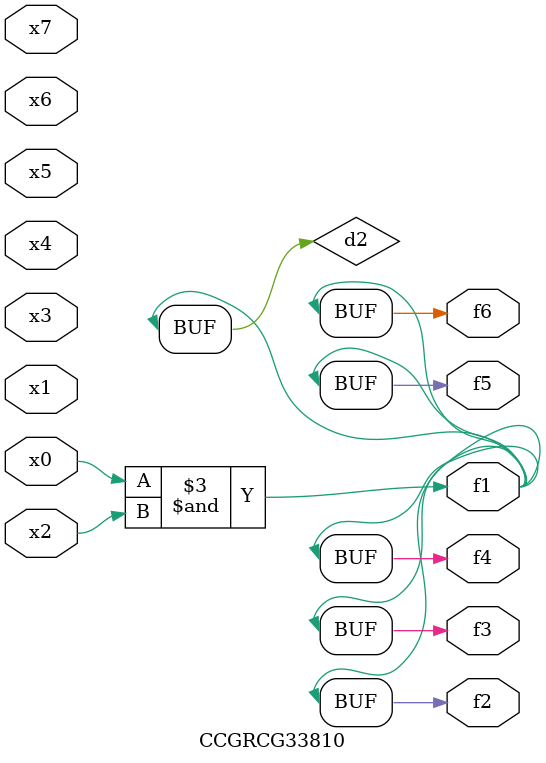
<source format=v>
module CCGRCG33810(
	input x0, x1, x2, x3, x4, x5, x6, x7,
	output f1, f2, f3, f4, f5, f6
);

	wire d1, d2;

	nor (d1, x3, x6);
	and (d2, x0, x2);
	assign f1 = d2;
	assign f2 = d2;
	assign f3 = d2;
	assign f4 = d2;
	assign f5 = d2;
	assign f6 = d2;
endmodule

</source>
